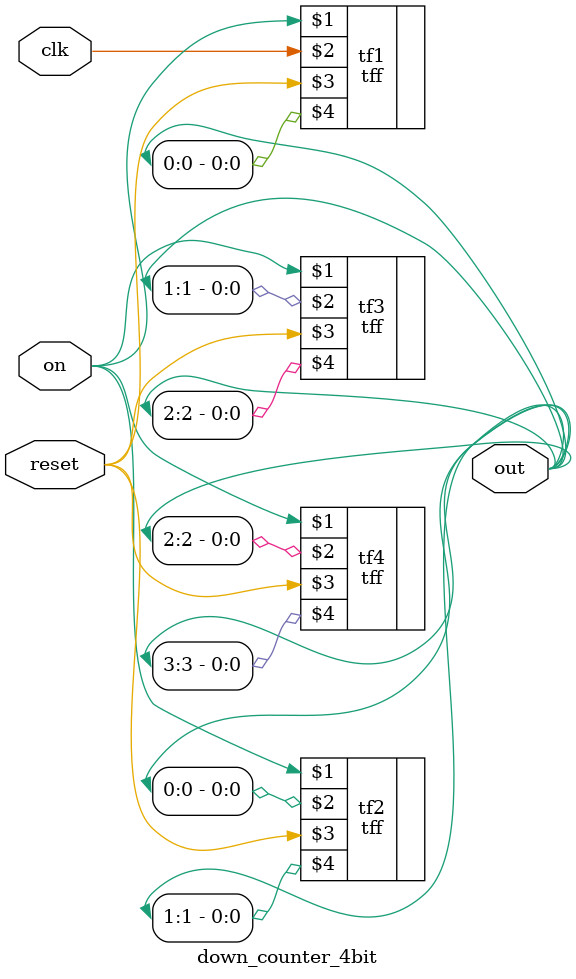
<source format=v>
`timescale 1ns / 1ps

module down_counter_4bit(on,clk,reset,out);
	input on,clk,reset;
	output [3:0] out;
	tff tf1(on,clk,reset,out[0]);
	tff tf2(on,out[0],reset,out[1]);
	tff tf3(on,out[1],reset,out[2]);
	tff tf4(on,out[2],reset,out[3]);
endmodule
</source>
